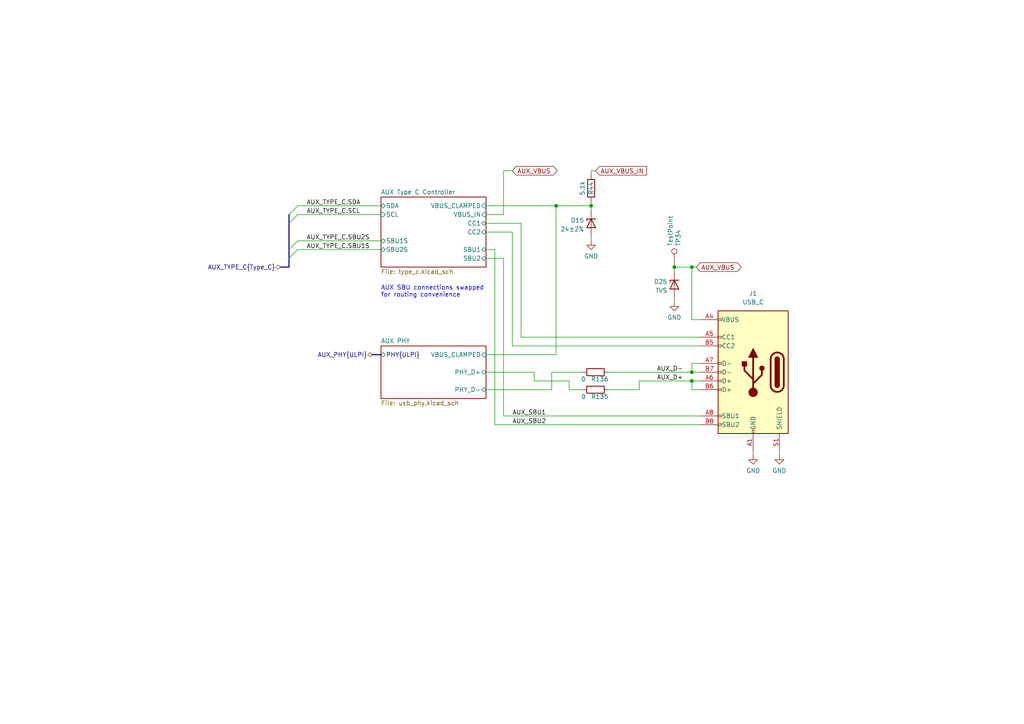
<source format=kicad_sch>
(kicad_sch
	(version 20231120)
	(generator "eeschema")
	(generator_version "8.0")
	(uuid "92570387-c21c-4257-9c29-c8cac1aa98c9")
	(paper "A4")
	(title_block
		(title "${TITLE}")
		(date "${DATE}")
		(rev "${VERSION}")
		(company "${COPYRIGHT}")
		(comment 1 "${LICENSE}")
	)
	(lib_symbols
		(symbol "Connector:TestPoint"
			(pin_numbers hide)
			(pin_names
				(offset 0.762) hide)
			(exclude_from_sim no)
			(in_bom yes)
			(on_board yes)
			(property "Reference" "TP"
				(at 0 6.858 0)
				(effects
					(font
						(size 1.27 1.27)
					)
				)
			)
			(property "Value" "TestPoint"
				(at 0 5.08 0)
				(effects
					(font
						(size 1.27 1.27)
					)
				)
			)
			(property "Footprint" ""
				(at 5.08 0 0)
				(effects
					(font
						(size 1.27 1.27)
					)
					(hide yes)
				)
			)
			(property "Datasheet" "~"
				(at 5.08 0 0)
				(effects
					(font
						(size 1.27 1.27)
					)
					(hide yes)
				)
			)
			(property "Description" "test point"
				(at 0 0 0)
				(effects
					(font
						(size 1.27 1.27)
					)
					(hide yes)
				)
			)
			(property "ki_keywords" "test point tp"
				(at 0 0 0)
				(effects
					(font
						(size 1.27 1.27)
					)
					(hide yes)
				)
			)
			(property "ki_fp_filters" "Pin* Test*"
				(at 0 0 0)
				(effects
					(font
						(size 1.27 1.27)
					)
					(hide yes)
				)
			)
			(symbol "TestPoint_0_1"
				(circle
					(center 0 3.302)
					(radius 0.762)
					(stroke
						(width 0)
						(type default)
					)
					(fill
						(type none)
					)
				)
			)
			(symbol "TestPoint_1_1"
				(pin passive line
					(at 0 0 90)
					(length 2.54)
					(name "1"
						(effects
							(font
								(size 1.27 1.27)
							)
						)
					)
					(number "1"
						(effects
							(font
								(size 1.27 1.27)
							)
						)
					)
				)
			)
		)
		(symbol "Connector:USB_C_Receptacle_USB2.0"
			(pin_names
				(offset 1.016)
			)
			(exclude_from_sim no)
			(in_bom yes)
			(on_board yes)
			(property "Reference" "J"
				(at -10.16 19.05 0)
				(effects
					(font
						(size 1.27 1.27)
					)
					(justify left)
				)
			)
			(property "Value" "USB_C_Receptacle_USB2.0"
				(at 19.05 19.05 0)
				(effects
					(font
						(size 1.27 1.27)
					)
					(justify right)
				)
			)
			(property "Footprint" ""
				(at 3.81 0 0)
				(effects
					(font
						(size 1.27 1.27)
					)
					(hide yes)
				)
			)
			(property "Datasheet" "https://www.usb.org/sites/default/files/documents/usb_type-c.zip"
				(at 3.81 0 0)
				(effects
					(font
						(size 1.27 1.27)
					)
					(hide yes)
				)
			)
			(property "Description" "USB 2.0-only Type-C Receptacle connector"
				(at 0 0 0)
				(effects
					(font
						(size 1.27 1.27)
					)
					(hide yes)
				)
			)
			(property "ki_keywords" "usb universal serial bus type-C USB2.0"
				(at 0 0 0)
				(effects
					(font
						(size 1.27 1.27)
					)
					(hide yes)
				)
			)
			(property "ki_fp_filters" "USB*C*Receptacle*"
				(at 0 0 0)
				(effects
					(font
						(size 1.27 1.27)
					)
					(hide yes)
				)
			)
			(symbol "USB_C_Receptacle_USB2.0_0_0"
				(rectangle
					(start -0.254 -17.78)
					(end 0.254 -16.764)
					(stroke
						(width 0)
						(type default)
					)
					(fill
						(type none)
					)
				)
				(rectangle
					(start 10.16 -14.986)
					(end 9.144 -15.494)
					(stroke
						(width 0)
						(type default)
					)
					(fill
						(type none)
					)
				)
				(rectangle
					(start 10.16 -12.446)
					(end 9.144 -12.954)
					(stroke
						(width 0)
						(type default)
					)
					(fill
						(type none)
					)
				)
				(rectangle
					(start 10.16 -4.826)
					(end 9.144 -5.334)
					(stroke
						(width 0)
						(type default)
					)
					(fill
						(type none)
					)
				)
				(rectangle
					(start 10.16 -2.286)
					(end 9.144 -2.794)
					(stroke
						(width 0)
						(type default)
					)
					(fill
						(type none)
					)
				)
				(rectangle
					(start 10.16 0.254)
					(end 9.144 -0.254)
					(stroke
						(width 0)
						(type default)
					)
					(fill
						(type none)
					)
				)
				(rectangle
					(start 10.16 2.794)
					(end 9.144 2.286)
					(stroke
						(width 0)
						(type default)
					)
					(fill
						(type none)
					)
				)
				(rectangle
					(start 10.16 7.874)
					(end 9.144 7.366)
					(stroke
						(width 0)
						(type default)
					)
					(fill
						(type none)
					)
				)
				(rectangle
					(start 10.16 10.414)
					(end 9.144 9.906)
					(stroke
						(width 0)
						(type default)
					)
					(fill
						(type none)
					)
				)
				(rectangle
					(start 10.16 15.494)
					(end 9.144 14.986)
					(stroke
						(width 0)
						(type default)
					)
					(fill
						(type none)
					)
				)
			)
			(symbol "USB_C_Receptacle_USB2.0_0_1"
				(rectangle
					(start -10.16 17.78)
					(end 10.16 -17.78)
					(stroke
						(width 0.254)
						(type default)
					)
					(fill
						(type background)
					)
				)
				(arc
					(start -8.89 -3.81)
					(mid -6.985 -5.7067)
					(end -5.08 -3.81)
					(stroke
						(width 0.508)
						(type default)
					)
					(fill
						(type none)
					)
				)
				(arc
					(start -7.62 -3.81)
					(mid -6.985 -4.4423)
					(end -6.35 -3.81)
					(stroke
						(width 0.254)
						(type default)
					)
					(fill
						(type none)
					)
				)
				(arc
					(start -7.62 -3.81)
					(mid -6.985 -4.4423)
					(end -6.35 -3.81)
					(stroke
						(width 0.254)
						(type default)
					)
					(fill
						(type outline)
					)
				)
				(rectangle
					(start -7.62 -3.81)
					(end -6.35 3.81)
					(stroke
						(width 0.254)
						(type default)
					)
					(fill
						(type outline)
					)
				)
				(arc
					(start -6.35 3.81)
					(mid -6.985 4.4423)
					(end -7.62 3.81)
					(stroke
						(width 0.254)
						(type default)
					)
					(fill
						(type none)
					)
				)
				(arc
					(start -6.35 3.81)
					(mid -6.985 4.4423)
					(end -7.62 3.81)
					(stroke
						(width 0.254)
						(type default)
					)
					(fill
						(type outline)
					)
				)
				(arc
					(start -5.08 3.81)
					(mid -6.985 5.7067)
					(end -8.89 3.81)
					(stroke
						(width 0.508)
						(type default)
					)
					(fill
						(type none)
					)
				)
				(circle
					(center -2.54 1.143)
					(radius 0.635)
					(stroke
						(width 0.254)
						(type default)
					)
					(fill
						(type outline)
					)
				)
				(circle
					(center 0 -5.842)
					(radius 1.27)
					(stroke
						(width 0)
						(type default)
					)
					(fill
						(type outline)
					)
				)
				(polyline
					(pts
						(xy -8.89 -3.81) (xy -8.89 3.81)
					)
					(stroke
						(width 0.508)
						(type default)
					)
					(fill
						(type none)
					)
				)
				(polyline
					(pts
						(xy -5.08 3.81) (xy -5.08 -3.81)
					)
					(stroke
						(width 0.508)
						(type default)
					)
					(fill
						(type none)
					)
				)
				(polyline
					(pts
						(xy 0 -5.842) (xy 0 4.318)
					)
					(stroke
						(width 0.508)
						(type default)
					)
					(fill
						(type none)
					)
				)
				(polyline
					(pts
						(xy 0 -3.302) (xy -2.54 -0.762) (xy -2.54 0.508)
					)
					(stroke
						(width 0.508)
						(type default)
					)
					(fill
						(type none)
					)
				)
				(polyline
					(pts
						(xy 0 -2.032) (xy 2.54 0.508) (xy 2.54 1.778)
					)
					(stroke
						(width 0.508)
						(type default)
					)
					(fill
						(type none)
					)
				)
				(polyline
					(pts
						(xy -1.27 4.318) (xy 0 6.858) (xy 1.27 4.318) (xy -1.27 4.318)
					)
					(stroke
						(width 0.254)
						(type default)
					)
					(fill
						(type outline)
					)
				)
				(rectangle
					(start 1.905 1.778)
					(end 3.175 3.048)
					(stroke
						(width 0.254)
						(type default)
					)
					(fill
						(type outline)
					)
				)
			)
			(symbol "USB_C_Receptacle_USB2.0_1_1"
				(pin passive line
					(at 0 -22.86 90)
					(length 5.08)
					(name "GND"
						(effects
							(font
								(size 1.27 1.27)
							)
						)
					)
					(number "A1"
						(effects
							(font
								(size 1.27 1.27)
							)
						)
					)
				)
				(pin passive line
					(at 0 -22.86 90)
					(length 5.08) hide
					(name "GND"
						(effects
							(font
								(size 1.27 1.27)
							)
						)
					)
					(number "A12"
						(effects
							(font
								(size 1.27 1.27)
							)
						)
					)
				)
				(pin passive line
					(at 15.24 15.24 180)
					(length 5.08)
					(name "VBUS"
						(effects
							(font
								(size 1.27 1.27)
							)
						)
					)
					(number "A4"
						(effects
							(font
								(size 1.27 1.27)
							)
						)
					)
				)
				(pin bidirectional line
					(at 15.24 10.16 180)
					(length 5.08)
					(name "CC1"
						(effects
							(font
								(size 1.27 1.27)
							)
						)
					)
					(number "A5"
						(effects
							(font
								(size 1.27 1.27)
							)
						)
					)
				)
				(pin bidirectional line
					(at 15.24 -2.54 180)
					(length 5.08)
					(name "D+"
						(effects
							(font
								(size 1.27 1.27)
							)
						)
					)
					(number "A6"
						(effects
							(font
								(size 1.27 1.27)
							)
						)
					)
				)
				(pin bidirectional line
					(at 15.24 2.54 180)
					(length 5.08)
					(name "D-"
						(effects
							(font
								(size 1.27 1.27)
							)
						)
					)
					(number "A7"
						(effects
							(font
								(size 1.27 1.27)
							)
						)
					)
				)
				(pin bidirectional line
					(at 15.24 -12.7 180)
					(length 5.08)
					(name "SBU1"
						(effects
							(font
								(size 1.27 1.27)
							)
						)
					)
					(number "A8"
						(effects
							(font
								(size 1.27 1.27)
							)
						)
					)
				)
				(pin passive line
					(at 15.24 15.24 180)
					(length 5.08) hide
					(name "VBUS"
						(effects
							(font
								(size 1.27 1.27)
							)
						)
					)
					(number "A9"
						(effects
							(font
								(size 1.27 1.27)
							)
						)
					)
				)
				(pin passive line
					(at 0 -22.86 90)
					(length 5.08) hide
					(name "GND"
						(effects
							(font
								(size 1.27 1.27)
							)
						)
					)
					(number "B1"
						(effects
							(font
								(size 1.27 1.27)
							)
						)
					)
				)
				(pin passive line
					(at 0 -22.86 90)
					(length 5.08) hide
					(name "GND"
						(effects
							(font
								(size 1.27 1.27)
							)
						)
					)
					(number "B12"
						(effects
							(font
								(size 1.27 1.27)
							)
						)
					)
				)
				(pin passive line
					(at 15.24 15.24 180)
					(length 5.08) hide
					(name "VBUS"
						(effects
							(font
								(size 1.27 1.27)
							)
						)
					)
					(number "B4"
						(effects
							(font
								(size 1.27 1.27)
							)
						)
					)
				)
				(pin bidirectional line
					(at 15.24 7.62 180)
					(length 5.08)
					(name "CC2"
						(effects
							(font
								(size 1.27 1.27)
							)
						)
					)
					(number "B5"
						(effects
							(font
								(size 1.27 1.27)
							)
						)
					)
				)
				(pin bidirectional line
					(at 15.24 -5.08 180)
					(length 5.08)
					(name "D+"
						(effects
							(font
								(size 1.27 1.27)
							)
						)
					)
					(number "B6"
						(effects
							(font
								(size 1.27 1.27)
							)
						)
					)
				)
				(pin bidirectional line
					(at 15.24 0 180)
					(length 5.08)
					(name "D-"
						(effects
							(font
								(size 1.27 1.27)
							)
						)
					)
					(number "B7"
						(effects
							(font
								(size 1.27 1.27)
							)
						)
					)
				)
				(pin bidirectional line
					(at 15.24 -15.24 180)
					(length 5.08)
					(name "SBU2"
						(effects
							(font
								(size 1.27 1.27)
							)
						)
					)
					(number "B8"
						(effects
							(font
								(size 1.27 1.27)
							)
						)
					)
				)
				(pin passive line
					(at 15.24 15.24 180)
					(length 5.08) hide
					(name "VBUS"
						(effects
							(font
								(size 1.27 1.27)
							)
						)
					)
					(number "B9"
						(effects
							(font
								(size 1.27 1.27)
							)
						)
					)
				)
				(pin passive line
					(at -7.62 -22.86 90)
					(length 5.08)
					(name "SHIELD"
						(effects
							(font
								(size 1.27 1.27)
							)
						)
					)
					(number "S1"
						(effects
							(font
								(size 1.27 1.27)
							)
						)
					)
				)
			)
		)
		(symbol "Device:D_Zener"
			(pin_numbers hide)
			(pin_names
				(offset 1.016) hide)
			(exclude_from_sim no)
			(in_bom yes)
			(on_board yes)
			(property "Reference" "D"
				(at 0 2.54 0)
				(effects
					(font
						(size 1.27 1.27)
					)
				)
			)
			(property "Value" "D_Zener"
				(at 0 -2.54 0)
				(effects
					(font
						(size 1.27 1.27)
					)
				)
			)
			(property "Footprint" ""
				(at 0 0 0)
				(effects
					(font
						(size 1.27 1.27)
					)
					(hide yes)
				)
			)
			(property "Datasheet" "~"
				(at 0 0 0)
				(effects
					(font
						(size 1.27 1.27)
					)
					(hide yes)
				)
			)
			(property "Description" "Zener diode"
				(at 0 0 0)
				(effects
					(font
						(size 1.27 1.27)
					)
					(hide yes)
				)
			)
			(property "ki_keywords" "diode"
				(at 0 0 0)
				(effects
					(font
						(size 1.27 1.27)
					)
					(hide yes)
				)
			)
			(property "ki_fp_filters" "TO-???* *_Diode_* *SingleDiode* D_*"
				(at 0 0 0)
				(effects
					(font
						(size 1.27 1.27)
					)
					(hide yes)
				)
			)
			(symbol "D_Zener_0_1"
				(polyline
					(pts
						(xy 1.27 0) (xy -1.27 0)
					)
					(stroke
						(width 0)
						(type default)
					)
					(fill
						(type none)
					)
				)
				(polyline
					(pts
						(xy -1.27 -1.27) (xy -1.27 1.27) (xy -0.762 1.27)
					)
					(stroke
						(width 0.254)
						(type default)
					)
					(fill
						(type none)
					)
				)
				(polyline
					(pts
						(xy 1.27 -1.27) (xy 1.27 1.27) (xy -1.27 0) (xy 1.27 -1.27)
					)
					(stroke
						(width 0.254)
						(type default)
					)
					(fill
						(type none)
					)
				)
			)
			(symbol "D_Zener_1_1"
				(pin passive line
					(at -3.81 0 0)
					(length 2.54)
					(name "K"
						(effects
							(font
								(size 1.27 1.27)
							)
						)
					)
					(number "1"
						(effects
							(font
								(size 1.27 1.27)
							)
						)
					)
				)
				(pin passive line
					(at 3.81 0 180)
					(length 2.54)
					(name "A"
						(effects
							(font
								(size 1.27 1.27)
							)
						)
					)
					(number "2"
						(effects
							(font
								(size 1.27 1.27)
							)
						)
					)
				)
			)
		)
		(symbol "Device:R"
			(pin_numbers hide)
			(pin_names
				(offset 0)
			)
			(exclude_from_sim no)
			(in_bom yes)
			(on_board yes)
			(property "Reference" "R"
				(at 2.032 0 90)
				(effects
					(font
						(size 1.27 1.27)
					)
				)
			)
			(property "Value" "R"
				(at 0 0 90)
				(effects
					(font
						(size 1.27 1.27)
					)
				)
			)
			(property "Footprint" ""
				(at -1.778 0 90)
				(effects
					(font
						(size 1.27 1.27)
					)
					(hide yes)
				)
			)
			(property "Datasheet" "~"
				(at 0 0 0)
				(effects
					(font
						(size 1.27 1.27)
					)
					(hide yes)
				)
			)
			(property "Description" "Resistor"
				(at 0 0 0)
				(effects
					(font
						(size 1.27 1.27)
					)
					(hide yes)
				)
			)
			(property "ki_keywords" "R res resistor"
				(at 0 0 0)
				(effects
					(font
						(size 1.27 1.27)
					)
					(hide yes)
				)
			)
			(property "ki_fp_filters" "R_*"
				(at 0 0 0)
				(effects
					(font
						(size 1.27 1.27)
					)
					(hide yes)
				)
			)
			(symbol "R_0_1"
				(rectangle
					(start -1.016 -2.54)
					(end 1.016 2.54)
					(stroke
						(width 0.254)
						(type default)
					)
					(fill
						(type none)
					)
				)
			)
			(symbol "R_1_1"
				(pin passive line
					(at 0 3.81 270)
					(length 1.27)
					(name "~"
						(effects
							(font
								(size 1.27 1.27)
							)
						)
					)
					(number "1"
						(effects
							(font
								(size 1.27 1.27)
							)
						)
					)
				)
				(pin passive line
					(at 0 -3.81 90)
					(length 1.27)
					(name "~"
						(effects
							(font
								(size 1.27 1.27)
							)
						)
					)
					(number "2"
						(effects
							(font
								(size 1.27 1.27)
							)
						)
					)
				)
			)
		)
		(symbol "power:GND"
			(power)
			(pin_numbers hide)
			(pin_names
				(offset 0) hide)
			(exclude_from_sim no)
			(in_bom yes)
			(on_board yes)
			(property "Reference" "#PWR"
				(at 0 -6.35 0)
				(effects
					(font
						(size 1.27 1.27)
					)
					(hide yes)
				)
			)
			(property "Value" "GND"
				(at 0 -3.81 0)
				(effects
					(font
						(size 1.27 1.27)
					)
				)
			)
			(property "Footprint" ""
				(at 0 0 0)
				(effects
					(font
						(size 1.27 1.27)
					)
					(hide yes)
				)
			)
			(property "Datasheet" ""
				(at 0 0 0)
				(effects
					(font
						(size 1.27 1.27)
					)
					(hide yes)
				)
			)
			(property "Description" "Power symbol creates a global label with name \"GND\" , ground"
				(at 0 0 0)
				(effects
					(font
						(size 1.27 1.27)
					)
					(hide yes)
				)
			)
			(property "ki_keywords" "global power"
				(at 0 0 0)
				(effects
					(font
						(size 1.27 1.27)
					)
					(hide yes)
				)
			)
			(symbol "GND_0_1"
				(polyline
					(pts
						(xy 0 0) (xy 0 -1.27) (xy 1.27 -1.27) (xy 0 -2.54) (xy -1.27 -1.27) (xy 0 -1.27)
					)
					(stroke
						(width 0)
						(type default)
					)
					(fill
						(type none)
					)
				)
			)
			(symbol "GND_1_1"
				(pin power_in line
					(at 0 0 270)
					(length 0)
					(name "~"
						(effects
							(font
								(size 1.27 1.27)
							)
						)
					)
					(number "1"
						(effects
							(font
								(size 1.27 1.27)
							)
						)
					)
				)
			)
		)
	)
	(junction
		(at 171.45 59.69)
		(diameter 0)
		(color 0 0 0 0)
		(uuid "5bc8841b-680f-488e-a6e3-fcdc33616f9a")
	)
	(junction
		(at 200.66 110.49)
		(diameter 0)
		(color 0 0 0 0)
		(uuid "741cd193-3360-45d9-a3e8-f5ba6419ce0f")
	)
	(junction
		(at 161.29 59.69)
		(diameter 0)
		(color 0 0 0 0)
		(uuid "95698663-62c9-4a99-948c-85621e807da4")
	)
	(junction
		(at 200.66 77.47)
		(diameter 0)
		(color 0 0 0 0)
		(uuid "a5920023-409d-464e-9c58-f1ed0ac4d7ff")
	)
	(junction
		(at 195.58 77.47)
		(diameter 0)
		(color 0 0 0 0)
		(uuid "c962f639-235d-403f-a2cd-da444e9c7edd")
	)
	(junction
		(at 200.66 107.95)
		(diameter 0)
		(color 0 0 0 0)
		(uuid "d2db2631-befb-44b8-abd9-49caf76c20e2")
	)
	(bus_entry
		(at 83.82 64.77)
		(size 2.54 -2.54)
		(stroke
			(width 0)
			(type default)
		)
		(uuid "0fe23bb8-c5cc-40d8-8b82-26a9cc4c0327")
	)
	(bus_entry
		(at 83.82 62.23)
		(size 2.54 -2.54)
		(stroke
			(width 0)
			(type default)
		)
		(uuid "40ac6759-37cf-40c6-a742-4e184941a9b8")
	)
	(bus_entry
		(at 83.82 72.39)
		(size 2.54 -2.54)
		(stroke
			(width 0)
			(type default)
		)
		(uuid "88968f62-864a-48af-99b0-e18702043fac")
	)
	(bus_entry
		(at 83.82 74.93)
		(size 2.54 -2.54)
		(stroke
			(width 0)
			(type default)
		)
		(uuid "c6064b43-1ecc-49ef-9255-64bcf15a7ec4")
	)
	(wire
		(pts
			(xy 148.59 67.31) (xy 148.59 100.33)
		)
		(stroke
			(width 0)
			(type default)
		)
		(uuid "06c13a8b-3611-4fb3-8d7b-83b1eb412a4c")
	)
	(wire
		(pts
			(xy 161.29 59.69) (xy 140.97 59.69)
		)
		(stroke
			(width 0)
			(type default)
		)
		(uuid "0e3b0838-5f8c-466f-99c4-71b95dbe72ca")
	)
	(wire
		(pts
			(xy 151.13 64.77) (xy 140.97 64.77)
		)
		(stroke
			(width 0)
			(type default)
		)
		(uuid "1134db05-918f-44fe-9770-7182ddefaf08")
	)
	(wire
		(pts
			(xy 165.1 110.49) (xy 165.1 113.03)
		)
		(stroke
			(width 0)
			(type default)
		)
		(uuid "1332f456-66f0-4f9f-8554-1dfe40dddd8a")
	)
	(wire
		(pts
			(xy 176.53 107.95) (xy 200.66 107.95)
		)
		(stroke
			(width 0)
			(type default)
		)
		(uuid "17f74cb5-4386-4ce5-baba-1d3a0e8020e8")
	)
	(wire
		(pts
			(xy 146.05 62.23) (xy 140.97 62.23)
		)
		(stroke
			(width 0)
			(type default)
		)
		(uuid "19fc742f-2cab-46f8-a09c-8a8db42e236f")
	)
	(wire
		(pts
			(xy 143.51 123.19) (xy 203.2 123.19)
		)
		(stroke
			(width 0)
			(type default)
		)
		(uuid "1a555dc5-073f-44da-a33d-8af6ae1955ff")
	)
	(wire
		(pts
			(xy 171.45 68.58) (xy 171.45 69.85)
		)
		(stroke
			(width 0)
			(type default)
		)
		(uuid "1b206da2-ea10-4b18-a806-3b2b88d14eb8")
	)
	(bus
		(pts
			(xy 83.82 77.47) (xy 83.82 74.93)
		)
		(stroke
			(width 0)
			(type default)
		)
		(uuid "1ded12b7-3481-4de6-967d-745a32ba3f5a")
	)
	(wire
		(pts
			(xy 200.66 77.47) (xy 201.93 77.47)
		)
		(stroke
			(width 0)
			(type default)
		)
		(uuid "1ff5ce1f-49e9-4547-bf3e-41895dac5574")
	)
	(wire
		(pts
			(xy 86.36 62.23) (xy 110.49 62.23)
		)
		(stroke
			(width 0)
			(type default)
		)
		(uuid "2294a9c5-8b66-47b9-827f-b917525f6ce3")
	)
	(wire
		(pts
			(xy 148.59 100.33) (xy 203.2 100.33)
		)
		(stroke
			(width 0)
			(type default)
		)
		(uuid "26614afa-f487-4037-bda4-de8afd564ef0")
	)
	(wire
		(pts
			(xy 171.45 49.53) (xy 172.72 49.53)
		)
		(stroke
			(width 0)
			(type default)
		)
		(uuid "26a1c314-0894-45fe-824c-87d25db5895a")
	)
	(wire
		(pts
			(xy 176.53 113.03) (xy 185.42 113.03)
		)
		(stroke
			(width 0)
			(type default)
		)
		(uuid "353cacf7-d42f-4ad6-8da1-34cd679e3ff9")
	)
	(wire
		(pts
			(xy 151.13 64.77) (xy 151.13 97.79)
		)
		(stroke
			(width 0)
			(type default)
		)
		(uuid "37fe6740-9e2f-483f-a825-764532d0533f")
	)
	(wire
		(pts
			(xy 151.13 97.79) (xy 203.2 97.79)
		)
		(stroke
			(width 0)
			(type default)
		)
		(uuid "4a4bbee9-cde9-4f07-99d0-c81ec91276ed")
	)
	(wire
		(pts
			(xy 200.66 107.95) (xy 203.2 107.95)
		)
		(stroke
			(width 0)
			(type default)
		)
		(uuid "5375823c-25a6-4cee-9355-dd04cd55a147")
	)
	(wire
		(pts
			(xy 218.44 130.81) (xy 218.44 132.08)
		)
		(stroke
			(width 0)
			(type default)
		)
		(uuid "5715b845-788a-41e0-afaa-733654d26214")
	)
	(wire
		(pts
			(xy 195.58 77.47) (xy 195.58 78.74)
		)
		(stroke
			(width 0)
			(type default)
		)
		(uuid "5acb0d40-b3c0-4fe5-871b-2a58fb57efcc")
	)
	(wire
		(pts
			(xy 161.29 59.69) (xy 171.45 59.69)
		)
		(stroke
			(width 0)
			(type default)
		)
		(uuid "5bece658-87ee-457b-a58a-c3a63bc6942b")
	)
	(wire
		(pts
			(xy 185.42 113.03) (xy 185.42 110.49)
		)
		(stroke
			(width 0)
			(type default)
		)
		(uuid "5c376a73-086b-4b74-8cd5-06e1a099fcda")
	)
	(wire
		(pts
			(xy 203.2 120.65) (xy 146.05 120.65)
		)
		(stroke
			(width 0)
			(type default)
		)
		(uuid "631250eb-ff14-4bc5-9145-0f03f2ebfc1b")
	)
	(wire
		(pts
			(xy 171.45 58.42) (xy 171.45 59.69)
		)
		(stroke
			(width 0)
			(type default)
		)
		(uuid "68b6a767-3b30-4dbc-8e02-738a9ac8880d")
	)
	(wire
		(pts
			(xy 195.58 87.63) (xy 195.58 86.36)
		)
		(stroke
			(width 0)
			(type default)
		)
		(uuid "695a7a2a-2300-477d-bf09-86dab8c8cd23")
	)
	(wire
		(pts
			(xy 161.29 102.87) (xy 161.29 59.69)
		)
		(stroke
			(width 0)
			(type default)
		)
		(uuid "6e5a989e-01cf-491c-ae41-d433994db0a6")
	)
	(wire
		(pts
			(xy 140.97 107.95) (xy 154.94 107.95)
		)
		(stroke
			(width 0)
			(type default)
		)
		(uuid "70c924ca-cbb1-4100-8e6a-42678f312d70")
	)
	(wire
		(pts
			(xy 203.2 113.03) (xy 200.66 113.03)
		)
		(stroke
			(width 0)
			(type default)
		)
		(uuid "7231e239-f91f-40ab-8a88-06bc348eb766")
	)
	(wire
		(pts
			(xy 86.36 59.69) (xy 110.49 59.69)
		)
		(stroke
			(width 0)
			(type default)
		)
		(uuid "72aec36f-558b-4944-84b4-bd4e50423dfe")
	)
	(bus
		(pts
			(xy 83.82 64.77) (xy 83.82 72.39)
		)
		(stroke
			(width 0)
			(type default)
		)
		(uuid "743c8509-5c76-497a-8fce-06cd1cd93730")
	)
	(wire
		(pts
			(xy 148.59 49.53) (xy 146.05 49.53)
		)
		(stroke
			(width 0)
			(type default)
		)
		(uuid "747fee3e-913d-4530-aa30-78a56f5f903a")
	)
	(wire
		(pts
			(xy 146.05 74.93) (xy 140.97 74.93)
		)
		(stroke
			(width 0)
			(type default)
		)
		(uuid "75dc889c-7073-49f1-b4ce-2d9692cadf2c")
	)
	(wire
		(pts
			(xy 110.49 72.39) (xy 86.36 72.39)
		)
		(stroke
			(width 0)
			(type default)
		)
		(uuid "7b08a134-4f00-4ff7-a4be-32466b7baddb")
	)
	(wire
		(pts
			(xy 160.02 113.03) (xy 140.97 113.03)
		)
		(stroke
			(width 0)
			(type default)
		)
		(uuid "7b9d2a27-7c3b-4e82-a469-f9ef11f5a4ee")
	)
	(wire
		(pts
			(xy 195.58 77.47) (xy 200.66 77.47)
		)
		(stroke
			(width 0)
			(type default)
		)
		(uuid "7e0a7b71-5f8e-4970-9fc5-9a0e9e1c6a79")
	)
	(bus
		(pts
			(xy 110.49 102.87) (xy 107.95 102.87)
		)
		(stroke
			(width 0)
			(type default)
		)
		(uuid "84811757-b72f-4453-8c85-8870d84164ba")
	)
	(wire
		(pts
			(xy 143.51 72.39) (xy 143.51 123.19)
		)
		(stroke
			(width 0)
			(type default)
		)
		(uuid "858d2cd8-e0df-4adb-9009-39fe9363f050")
	)
	(wire
		(pts
			(xy 226.06 130.81) (xy 226.06 132.08)
		)
		(stroke
			(width 0)
			(type default)
		)
		(uuid "8deff5de-1546-43cd-836e-c500d9a43055")
	)
	(wire
		(pts
			(xy 154.94 110.49) (xy 165.1 110.49)
		)
		(stroke
			(width 0)
			(type default)
		)
		(uuid "8fbf2a96-c914-47bd-ba44-3bf057a85688")
	)
	(wire
		(pts
			(xy 203.2 92.71) (xy 200.66 92.71)
		)
		(stroke
			(width 0)
			(type default)
		)
		(uuid "9820238c-0fbe-4ae3-bb63-abfd4f5ead70")
	)
	(bus
		(pts
			(xy 83.82 77.47) (xy 81.28 77.47)
		)
		(stroke
			(width 0)
			(type default)
		)
		(uuid "a05b2de5-6456-45c9-bac0-952bb0e84961")
	)
	(wire
		(pts
			(xy 140.97 102.87) (xy 161.29 102.87)
		)
		(stroke
			(width 0)
			(type default)
		)
		(uuid "a596c9fc-b666-4806-95ac-4545dd52fcb8")
	)
	(bus
		(pts
			(xy 83.82 74.93) (xy 83.82 72.39)
		)
		(stroke
			(width 0)
			(type default)
		)
		(uuid "a6d13cf7-829c-4dcc-b517-31791717dd87")
	)
	(bus
		(pts
			(xy 83.82 62.23) (xy 83.82 64.77)
		)
		(stroke
			(width 0)
			(type default)
		)
		(uuid "b2f4ddf5-c7d2-4947-9fc0-1fa6213941f2")
	)
	(wire
		(pts
			(xy 171.45 50.8) (xy 171.45 49.53)
		)
		(stroke
			(width 0)
			(type default)
		)
		(uuid "b53b7656-d689-44de-8667-f2834ae5ba63")
	)
	(wire
		(pts
			(xy 200.66 77.47) (xy 200.66 92.71)
		)
		(stroke
			(width 0)
			(type default)
		)
		(uuid "bd55b654-c4bc-47d3-8fa2-a041242a887f")
	)
	(wire
		(pts
			(xy 203.2 110.49) (xy 200.66 110.49)
		)
		(stroke
			(width 0)
			(type default)
		)
		(uuid "c9766de1-a426-4e2e-b67e-c3aabe742418")
	)
	(wire
		(pts
			(xy 146.05 74.93) (xy 146.05 120.65)
		)
		(stroke
			(width 0)
			(type default)
		)
		(uuid "cb450286-0f6f-4d4f-a204-d907344ea0f6")
	)
	(wire
		(pts
			(xy 203.2 105.41) (xy 200.66 105.41)
		)
		(stroke
			(width 0)
			(type default)
		)
		(uuid "cf59750c-0d51-4f73-8094-ef1bf8edd27e")
	)
	(wire
		(pts
			(xy 140.97 72.39) (xy 143.51 72.39)
		)
		(stroke
			(width 0)
			(type default)
		)
		(uuid "da07ca56-65dd-4682-9928-5d382025c399")
	)
	(wire
		(pts
			(xy 168.91 107.95) (xy 160.02 107.95)
		)
		(stroke
			(width 0)
			(type default)
		)
		(uuid "daa316c1-2e92-4a41-8a60-fdec77195a15")
	)
	(wire
		(pts
			(xy 86.36 69.85) (xy 110.49 69.85)
		)
		(stroke
			(width 0)
			(type default)
		)
		(uuid "db3acae8-e180-49dc-a330-1548bab5adec")
	)
	(wire
		(pts
			(xy 185.42 110.49) (xy 200.66 110.49)
		)
		(stroke
			(width 0)
			(type default)
		)
		(uuid "dd87f9bf-0aeb-4f5a-95a3-89c44466832e")
	)
	(wire
		(pts
			(xy 195.58 76.2) (xy 195.58 77.47)
		)
		(stroke
			(width 0)
			(type default)
		)
		(uuid "df4b6d0c-c6a5-4163-b71c-c61351470b1f")
	)
	(wire
		(pts
			(xy 154.94 107.95) (xy 154.94 110.49)
		)
		(stroke
			(width 0)
			(type default)
		)
		(uuid "e0f2c05c-9cde-44ce-8afc-3bfa91b4dd08")
	)
	(wire
		(pts
			(xy 171.45 59.69) (xy 171.45 60.96)
		)
		(stroke
			(width 0)
			(type default)
		)
		(uuid "e44b771d-edf5-4948-88cf-ed4043152ad7")
	)
	(wire
		(pts
			(xy 160.02 107.95) (xy 160.02 113.03)
		)
		(stroke
			(width 0)
			(type default)
		)
		(uuid "eb8dfcf5-c872-42d0-81a8-4e39cd7c3452")
	)
	(wire
		(pts
			(xy 200.66 113.03) (xy 200.66 110.49)
		)
		(stroke
			(width 0)
			(type default)
		)
		(uuid "eba0036f-4765-4461-925b-cf2bfcacc643")
	)
	(wire
		(pts
			(xy 140.97 67.31) (xy 148.59 67.31)
		)
		(stroke
			(width 0)
			(type default)
		)
		(uuid "ed98a45d-11ac-437d-9031-ade8ad8c93c9")
	)
	(wire
		(pts
			(xy 146.05 49.53) (xy 146.05 62.23)
		)
		(stroke
			(width 0)
			(type default)
		)
		(uuid "f8008a84-1fb9-419b-a83e-2b779fac4d02")
	)
	(wire
		(pts
			(xy 165.1 113.03) (xy 168.91 113.03)
		)
		(stroke
			(width 0)
			(type default)
		)
		(uuid "fa54330c-0867-416c-bdb3-517d6f26b837")
	)
	(wire
		(pts
			(xy 200.66 105.41) (xy 200.66 107.95)
		)
		(stroke
			(width 0)
			(type default)
		)
		(uuid "fdbf34d0-b98d-4b4f-aaca-4c629f2d2eb9")
	)
	(text "AUX SBU connections swapped\nfor routing convenience"
		(exclude_from_sim no)
		(at 110.49 86.36 0)
		(effects
			(font
				(size 1.27 1.27)
			)
			(justify left bottom)
		)
		(uuid "c2297f80-deda-4f17-bc5e-ceca3817f41a")
	)
	(label "AUX_D+"
		(at 190.5 110.49 0)
		(fields_autoplaced yes)
		(effects
			(font
				(size 1.27 1.27)
			)
			(justify left bottom)
		)
		(uuid "6e8ba644-dad6-4d39-95af-dbe0d4f74a7b")
	)
	(label "AUX_TYPE_C.SBU2S"
		(at 88.9 69.85 0)
		(fields_autoplaced yes)
		(effects
			(font
				(size 1.27 1.27)
			)
			(justify left bottom)
		)
		(uuid "9a18e39c-b8e4-4fa2-abd9-a682d416bdcd")
	)
	(label "AUX_TYPE_C.SBU1S"
		(at 88.9 72.39 0)
		(fields_autoplaced yes)
		(effects
			(font
				(size 1.27 1.27)
			)
			(justify left bottom)
		)
		(uuid "9ad59265-3f8d-4920-a3d1-e81cc8f43808")
	)
	(label "AUX_SBU1"
		(at 148.59 120.65 0)
		(fields_autoplaced yes)
		(effects
			(font
				(size 1.27 1.27)
			)
			(justify left bottom)
		)
		(uuid "9f56cf66-5c9d-464d-bd22-9f49e084ea49")
	)
	(label "AUX_SBU2"
		(at 148.59 123.19 0)
		(fields_autoplaced yes)
		(effects
			(font
				(size 1.27 1.27)
			)
			(justify left bottom)
		)
		(uuid "a00110db-e327-4189-867b-09ac726b6a0c")
	)
	(label "AUX_TYPE_C.SDA"
		(at 88.9 59.69 0)
		(fields_autoplaced yes)
		(effects
			(font
				(size 1.27 1.27)
			)
			(justify left bottom)
		)
		(uuid "bd1b5ffd-a391-4829-9075-602692405256")
	)
	(label "AUX_TYPE_C.SCL"
		(at 88.9 62.23 0)
		(fields_autoplaced yes)
		(effects
			(font
				(size 1.27 1.27)
			)
			(justify left bottom)
		)
		(uuid "e0caac18-e116-468c-9289-7f7d93f3ab29")
	)
	(label "AUX_D-"
		(at 190.5 107.95 0)
		(fields_autoplaced yes)
		(effects
			(font
				(size 1.27 1.27)
			)
			(justify left bottom)
		)
		(uuid "fa7a082b-72c7-4438-a7b1-12b9c84db638")
	)
	(global_label "AUX_VBUS"
		(shape bidirectional)
		(at 201.93 77.47 0)
		(fields_autoplaced yes)
		(effects
			(font
				(size 1.27 1.27)
			)
			(justify left)
		)
		(uuid "4c157610-2d2c-4669-9c5a-38973af06b0d")
		(property "Intersheetrefs" "${INTERSHEET_REFS}"
			(at 214.7083 77.47 0)
			(effects
				(font
					(size 1.27 1.27)
				)
				(justify left)
				(hide yes)
			)
		)
	)
	(global_label "AUX_VBUS_IN"
		(shape input)
		(at 172.72 49.53 0)
		(fields_autoplaced yes)
		(effects
			(font
				(size 1.27 1.27)
			)
			(justify left)
		)
		(uuid "c18955b1-a929-4916-bc98-e673aa2c7a40")
		(property "Intersheetrefs" "${INTERSHEET_REFS}"
			(at 187.4418 49.4506 0)
			(effects
				(font
					(size 1.27 1.27)
				)
				(justify left)
				(hide yes)
			)
		)
	)
	(global_label "AUX_VBUS"
		(shape bidirectional)
		(at 148.59 49.53 0)
		(fields_autoplaced yes)
		(effects
			(font
				(size 1.27 1.27)
			)
			(justify left)
		)
		(uuid "eeb1ee75-5da9-440f-b7f3-2e20e467379e")
		(property "Intersheetrefs" "${INTERSHEET_REFS}"
			(at 161.3683 49.53 0)
			(effects
				(font
					(size 1.27 1.27)
				)
				(justify left)
				(hide yes)
			)
		)
	)
	(hierarchical_label "AUX_TYPE_C{Type_C}"
		(shape bidirectional)
		(at 81.28 77.47 180)
		(fields_autoplaced yes)
		(effects
			(font
				(size 1.27 1.27)
			)
			(justify right)
		)
		(uuid "34e74c71-66b0-4c6c-8e13-9da27dcc6a2e")
	)
	(hierarchical_label "AUX_PHY{ULPI}"
		(shape bidirectional)
		(at 107.95 102.87 180)
		(fields_autoplaced yes)
		(effects
			(font
				(size 1.27 1.27)
			)
			(justify right)
		)
		(uuid "f998ff13-21fc-485a-8e97-a2f3b4bd673d")
	)
	(symbol
		(lib_id "power:GND")
		(at 218.44 132.08 0)
		(mirror y)
		(unit 1)
		(exclude_from_sim no)
		(in_bom yes)
		(on_board yes)
		(dnp no)
		(fields_autoplaced yes)
		(uuid "20c297a6-f8cd-4691-9ec6-b4a696a972b3")
		(property "Reference" "#PWR0106"
			(at 218.44 138.43 0)
			(effects
				(font
					(size 1.27 1.27)
				)
				(hide yes)
			)
		)
		(property "Value" "GND"
			(at 218.44 136.5234 0)
			(effects
				(font
					(size 1.27 1.27)
				)
			)
		)
		(property "Footprint" ""
			(at 218.44 132.08 0)
			(effects
				(font
					(size 1.27 1.27)
				)
				(hide yes)
			)
		)
		(property "Datasheet" ""
			(at 218.44 132.08 0)
			(effects
				(font
					(size 1.27 1.27)
				)
				(hide yes)
			)
		)
		(property "Description" "Power symbol creates a global label with name \"GND\" , ground"
			(at 218.44 132.08 0)
			(effects
				(font
					(size 1.27 1.27)
				)
				(hide yes)
			)
		)
		(pin "1"
			(uuid "07c65ecf-82ef-4d68-b7d5-4d4fb17cd689")
		)
		(instances
			(project "cynthion"
				(path "/fb621148-8145-4217-9712-738e1b5a4823/00000000-0000-0000-0000-00005dd754d4"
					(reference "#PWR0106")
					(unit 1)
				)
			)
		)
	)
	(symbol
		(lib_id "Device:D_Zener")
		(at 195.58 82.55 90)
		(mirror x)
		(unit 1)
		(exclude_from_sim no)
		(in_bom yes)
		(on_board yes)
		(dnp no)
		(fields_autoplaced yes)
		(uuid "2b489d86-281b-49df-90a0-1e816b0ae108")
		(property "Reference" "D25"
			(at 193.548 81.7153 90)
			(effects
				(font
					(size 1.27 1.27)
				)
				(justify left)
			)
		)
		(property "Value" "TVS"
			(at 193.548 84.2522 90)
			(effects
				(font
					(size 1.27 1.27)
				)
				(justify left)
			)
		)
		(property "Footprint" "cynthion:DFN1006-2"
			(at 195.58 82.55 0)
			(effects
				(font
					(size 1.27 1.27)
				)
				(hide yes)
			)
		)
		(property "Datasheet" "~"
			(at 195.58 82.55 0)
			(effects
				(font
					(size 1.27 1.27)
				)
				(hide yes)
			)
		)
		(property "Description" "Zener diode"
			(at 195.58 82.55 0)
			(effects
				(font
					(size 1.27 1.27)
				)
				(hide yes)
			)
		)
		(property "Manufacturer" "Nexperia"
			(at 195.58 82.55 90)
			(effects
				(font
					(size 1.27 1.27)
				)
				(hide yes)
			)
		)
		(property "Part Number" "PESD36VS1UL,315"
			(at 195.58 82.55 90)
			(effects
				(font
					(size 1.27 1.27)
				)
				(hide yes)
			)
		)
		(pin "1"
			(uuid "7a0119dd-e896-4314-a7ed-01b3a811ac37")
		)
		(pin "2"
			(uuid "1cbbca13-c75f-4ea7-b3a3-49450d94d3c0")
		)
		(instances
			(project "cynthion"
				(path "/fb621148-8145-4217-9712-738e1b5a4823/00000000-0000-0000-0000-00005dd754d4"
					(reference "D25")
					(unit 1)
				)
			)
		)
	)
	(symbol
		(lib_id "power:GND")
		(at 171.45 69.85 0)
		(mirror y)
		(unit 1)
		(exclude_from_sim no)
		(in_bom yes)
		(on_board yes)
		(dnp no)
		(fields_autoplaced yes)
		(uuid "2e609e8b-710f-4446-9dd9-1ea4317999df")
		(property "Reference" "#PWR022"
			(at 171.45 76.2 0)
			(effects
				(font
					(size 1.27 1.27)
				)
				(hide yes)
			)
		)
		(property "Value" "GND"
			(at 171.45 74.2934 0)
			(effects
				(font
					(size 1.27 1.27)
				)
			)
		)
		(property "Footprint" ""
			(at 171.45 69.85 0)
			(effects
				(font
					(size 1.27 1.27)
				)
				(hide yes)
			)
		)
		(property "Datasheet" ""
			(at 171.45 69.85 0)
			(effects
				(font
					(size 1.27 1.27)
				)
				(hide yes)
			)
		)
		(property "Description" "Power symbol creates a global label with name \"GND\" , ground"
			(at 171.45 69.85 0)
			(effects
				(font
					(size 1.27 1.27)
				)
				(hide yes)
			)
		)
		(pin "1"
			(uuid "9b419ad9-fd74-4f20-a7c0-fc9dffac93d9")
		)
		(instances
			(project "cynthion"
				(path "/fb621148-8145-4217-9712-738e1b5a4823/00000000-0000-0000-0000-00005dd754d4"
					(reference "#PWR022")
					(unit 1)
				)
			)
		)
	)
	(symbol
		(lib_id "Device:R")
		(at 171.45 54.61 0)
		(mirror x)
		(unit 1)
		(exclude_from_sim no)
		(in_bom yes)
		(on_board yes)
		(dnp no)
		(uuid "321d83b8-0d1d-47e2-b323-969556109d21")
		(property "Reference" "R44"
			(at 171.45 54.61 90)
			(effects
				(font
					(size 1.27 1.27)
				)
			)
		)
		(property "Value" "5.1k"
			(at 168.91 54.61 90)
			(effects
				(font
					(size 1.27 1.27)
				)
			)
		)
		(property "Footprint" "Resistor_SMD:R_0402_1005Metric"
			(at 169.672 54.61 90)
			(effects
				(font
					(size 1.27 1.27)
				)
				(hide yes)
			)
		)
		(property "Datasheet" "~"
			(at 171.45 54.61 0)
			(effects
				(font
					(size 1.27 1.27)
				)
				(hide yes)
			)
		)
		(property "Description" "Resistor"
			(at 171.45 54.61 0)
			(effects
				(font
					(size 1.27 1.27)
				)
				(hide yes)
			)
		)
		(property "Part Number" "RC0402JR-075K1L"
			(at 171.45 54.61 0)
			(effects
				(font
					(size 1.27 1.27)
				)
				(hide yes)
			)
		)
		(property "Substitution" "any equivalent"
			(at 171.45 54.61 0)
			(effects
				(font
					(size 1.27 1.27)
				)
				(hide yes)
			)
		)
		(property "Manufacturer" "Yageo"
			(at 171.45 54.61 0)
			(effects
				(font
					(size 1.27 1.27)
				)
				(hide yes)
			)
		)
		(pin "1"
			(uuid "9651c6f4-6780-46e4-b464-a5db4c100626")
		)
		(pin "2"
			(uuid "fb847746-50f5-43bf-b1d6-b8fe98b3d3ac")
		)
		(instances
			(project "cynthion"
				(path "/fb621148-8145-4217-9712-738e1b5a4823/00000000-0000-0000-0000-00005dd754d4"
					(reference "R44")
					(unit 1)
				)
			)
		)
	)
	(symbol
		(lib_id "Device:R")
		(at 172.72 107.95 90)
		(unit 1)
		(exclude_from_sim no)
		(in_bom yes)
		(on_board yes)
		(dnp no)
		(uuid "3ce74429-8306-4ee9-99fa-b2d6dcfdcb14")
		(property "Reference" "R136"
			(at 176.53 109.982 90)
			(effects
				(font
					(size 1.27 1.27)
				)
				(justify left)
			)
		)
		(property "Value" "0"
			(at 169.926 109.982 90)
			(effects
				(font
					(size 1.27 1.27)
				)
				(justify left)
			)
		)
		(property "Footprint" "Resistor_SMD:R_0402_1005Metric"
			(at 172.72 109.728 90)
			(effects
				(font
					(size 1.27 1.27)
				)
				(hide yes)
			)
		)
		(property "Datasheet" "~"
			(at 172.72 107.95 0)
			(effects
				(font
					(size 1.27 1.27)
				)
				(hide yes)
			)
		)
		(property "Description" "Resistor"
			(at 172.72 107.95 0)
			(effects
				(font
					(size 1.27 1.27)
				)
				(hide yes)
			)
		)
		(property "Part Number" "RC0402JR-071KL"
			(at 172.72 107.95 0)
			(effects
				(font
					(size 1.27 1.27)
				)
				(hide yes)
			)
		)
		(property "Substitution" "any equivalent"
			(at 172.72 107.95 0)
			(effects
				(font
					(size 1.27 1.27)
				)
				(hide yes)
			)
		)
		(property "Manufacturer" "Yageo"
			(at 172.72 107.95 0)
			(effects
				(font
					(size 1.27 1.27)
				)
				(hide yes)
			)
		)
		(pin "1"
			(uuid "0bf0435a-7813-4135-a102-9e3c39b34c33")
		)
		(pin "2"
			(uuid "2721f4da-f9f8-411d-b8c0-86c5d1a1ed08")
		)
		(instances
			(project "cynthion"
				(path "/fb621148-8145-4217-9712-738e1b5a4823/00000000-0000-0000-0000-00005dd754d4"
					(reference "R136")
					(unit 1)
				)
			)
		)
	)
	(symbol
		(lib_id "Connector:USB_C_Receptacle_USB2.0")
		(at 218.44 107.95 0)
		(mirror y)
		(unit 1)
		(exclude_from_sim no)
		(in_bom yes)
		(on_board yes)
		(dnp no)
		(uuid "51ca8914-53c9-4c8b-a085-ba689e0f4d08")
		(property "Reference" "J1"
			(at 218.44 85.09 0)
			(effects
				(font
					(size 1.27 1.27)
				)
			)
		)
		(property "Value" "USB_C"
			(at 218.44 87.63 0)
			(effects
				(font
					(size 1.27 1.27)
				)
			)
		)
		(property "Footprint" "cynthion:USB_C_Receptacle_HRO_TYPE-C-31-M-12"
			(at 214.63 107.95 0)
			(effects
				(font
					(size 1.27 1.27)
				)
				(hide yes)
			)
		)
		(property "Datasheet" ""
			(at 214.63 107.95 0)
			(effects
				(font
					(size 1.27 1.27)
				)
				(hide yes)
			)
		)
		(property "Description" "CONN RCPT USB2.0 TYPE-C 16POS"
			(at 218.44 107.95 0)
			(effects
				(font
					(size 1.27 1.27)
				)
				(hide yes)
			)
		)
		(property "Manufacturer" "DEALON"
			(at 218.44 107.95 0)
			(effects
				(font
					(size 1.27 1.27)
				)
				(hide yes)
			)
		)
		(property "Part Number" "USB-TYPE-C-019"
			(at 218.44 107.95 0)
			(effects
				(font
					(size 1.27 1.27)
				)
				(hide yes)
			)
		)
		(property "Substitution" "Yuandi TYPE-611A-T3"
			(at 218.44 107.95 0)
			(effects
				(font
					(size 1.27 1.27)
				)
				(hide yes)
			)
		)
		(pin "A1"
			(uuid "26d0ac11-d4da-4f5e-8f79-e900fa96b109")
		)
		(pin "A12"
			(uuid "82948471-ce38-428a-a681-673f3029766e")
		)
		(pin "A4"
			(uuid "fe539ca9-ae13-4134-9965-0237e57074a7")
		)
		(pin "A5"
			(uuid "b80fbd3a-8cfa-40c9-bae1-dbb1250fda43")
		)
		(pin "A6"
			(uuid "78ad60e6-6dd0-4f4d-b21f-aae6e29fea49")
		)
		(pin "A7"
			(uuid "e48b6adc-d3a4-4678-99e1-40eb52ddfc9b")
		)
		(pin "A8"
			(uuid "bb7a2337-7b75-4a46-a64b-880578e37657")
		)
		(pin "A9"
			(uuid "ba51e741-d5d5-4118-bbd6-e95d20ff577a")
		)
		(pin "B1"
			(uuid "4068c538-63a2-4b2b-833d-c94f70dbf9c1")
		)
		(pin "B12"
			(uuid "9897afc4-dc0f-4d1b-b6e6-1917853b7e44")
		)
		(pin "B4"
			(uuid "00f020e7-360c-4cc8-8171-c1a39b318c06")
		)
		(pin "B5"
			(uuid "96da4063-521b-480c-8f72-a9b18ca41c65")
		)
		(pin "B6"
			(uuid "78dc4ce2-41e9-40c9-867c-80574dd28a5b")
		)
		(pin "B7"
			(uuid "9f412a30-48ab-4e93-8040-3b26d2bd73fd")
		)
		(pin "B8"
			(uuid "832a273a-9441-42d0-8ef4-b72a9ec3ff4a")
		)
		(pin "B9"
			(uuid "30a0c809-cdb1-4a21-82af-3ed659f5f7c6")
		)
		(pin "S1"
			(uuid "3c4c3418-e5f2-491e-ac5d-7e632cc0351f")
		)
		(instances
			(project "cynthion"
				(path "/fb621148-8145-4217-9712-738e1b5a4823/00000000-0000-0000-0000-00005dd754d4"
					(reference "J1")
					(unit 1)
				)
			)
		)
	)
	(symbol
		(lib_id "power:GND")
		(at 226.06 132.08 0)
		(mirror y)
		(unit 1)
		(exclude_from_sim no)
		(in_bom yes)
		(on_board yes)
		(dnp no)
		(fields_autoplaced yes)
		(uuid "56e54a34-13b0-4382-912a-2e85b408e98e")
		(property "Reference" "#PWR0125"
			(at 226.06 138.43 0)
			(effects
				(font
					(size 1.27 1.27)
				)
				(hide yes)
			)
		)
		(property "Value" "GND"
			(at 226.06 136.5234 0)
			(effects
				(font
					(size 1.27 1.27)
				)
			)
		)
		(property "Footprint" ""
			(at 226.06 132.08 0)
			(effects
				(font
					(size 1.27 1.27)
				)
				(hide yes)
			)
		)
		(property "Datasheet" ""
			(at 226.06 132.08 0)
			(effects
				(font
					(size 1.27 1.27)
				)
				(hide yes)
			)
		)
		(property "Description" "Power symbol creates a global label with name \"GND\" , ground"
			(at 226.06 132.08 0)
			(effects
				(font
					(size 1.27 1.27)
				)
				(hide yes)
			)
		)
		(pin "1"
			(uuid "52a915de-e4c1-401c-a43c-154231adf1eb")
		)
		(instances
			(project "cynthion"
				(path "/fb621148-8145-4217-9712-738e1b5a4823/00000000-0000-0000-0000-00005dd754d4"
					(reference "#PWR0125")
					(unit 1)
				)
			)
		)
	)
	(symbol
		(lib_id "power:GND")
		(at 195.58 87.63 0)
		(unit 1)
		(exclude_from_sim no)
		(in_bom yes)
		(on_board yes)
		(dnp no)
		(fields_autoplaced yes)
		(uuid "9a2c37e1-f379-4740-9e23-f42f813312f2")
		(property "Reference" "#PWR043"
			(at 195.58 93.98 0)
			(effects
				(font
					(size 1.27 1.27)
				)
				(hide yes)
			)
		)
		(property "Value" "GND"
			(at 195.58 92.0734 0)
			(effects
				(font
					(size 1.27 1.27)
				)
			)
		)
		(property "Footprint" ""
			(at 195.58 87.63 0)
			(effects
				(font
					(size 1.27 1.27)
				)
				(hide yes)
			)
		)
		(property "Datasheet" ""
			(at 195.58 87.63 0)
			(effects
				(font
					(size 1.27 1.27)
				)
				(hide yes)
			)
		)
		(property "Description" "Power symbol creates a global label with name \"GND\" , ground"
			(at 195.58 87.63 0)
			(effects
				(font
					(size 1.27 1.27)
				)
				(hide yes)
			)
		)
		(pin "1"
			(uuid "1abcb28d-56bb-4e24-9606-0e9e03179383")
		)
		(instances
			(project "cynthion"
				(path "/fb621148-8145-4217-9712-738e1b5a4823/00000000-0000-0000-0000-00005dd754d4"
					(reference "#PWR043")
					(unit 1)
				)
			)
		)
	)
	(symbol
		(lib_id "Device:D_Zener")
		(at 171.45 64.77 90)
		(mirror x)
		(unit 1)
		(exclude_from_sim no)
		(in_bom yes)
		(on_board yes)
		(dnp no)
		(fields_autoplaced yes)
		(uuid "9f41c787-6283-449d-8d52-4eb0df932dea")
		(property "Reference" "D15"
			(at 169.418 63.9353 90)
			(effects
				(font
					(size 1.27 1.27)
				)
				(justify left)
			)
		)
		(property "Value" "24±2%"
			(at 169.418 66.4722 90)
			(effects
				(font
					(size 1.27 1.27)
				)
				(justify left)
			)
		)
		(property "Footprint" "Diode_SMD:D_SOD-323_HandSoldering"
			(at 171.45 64.77 0)
			(effects
				(font
					(size 1.27 1.27)
				)
				(hide yes)
			)
		)
		(property "Datasheet" "~"
			(at 171.45 64.77 0)
			(effects
				(font
					(size 1.27 1.27)
				)
				(hide yes)
			)
		)
		(property "Description" "Zener diode"
			(at 171.45 64.77 0)
			(effects
				(font
					(size 1.27 1.27)
				)
				(hide yes)
			)
		)
		(property "Manufacturer" "Nexperia"
			(at 171.45 64.77 90)
			(effects
				(font
					(size 1.27 1.27)
				)
				(hide yes)
			)
		)
		(property "Part Number" "BZX884-B24,315"
			(at 171.45 64.77 90)
			(effects
				(font
					(size 1.27 1.27)
				)
				(hide yes)
			)
		)
		(pin "1"
			(uuid "a9e18647-f0b4-4fce-bc3d-5a5a30afe913")
		)
		(pin "2"
			(uuid "633724e8-7d5f-471b-b73a-d8c13d4edb43")
		)
		(instances
			(project "cynthion"
				(path "/fb621148-8145-4217-9712-738e1b5a4823/00000000-0000-0000-0000-00005dd754d4"
					(reference "D15")
					(unit 1)
				)
			)
		)
	)
	(symbol
		(lib_id "Connector:TestPoint")
		(at 195.58 76.2 0)
		(mirror y)
		(unit 1)
		(exclude_from_sim no)
		(in_bom no)
		(on_board yes)
		(dnp no)
		(uuid "d06adff5-bf3f-4124-aeef-5848002a2c52")
		(property "Reference" "TP34"
			(at 196.723 71.4502 90)
			(effects
				(font
					(size 1.27 1.27)
				)
				(justify left)
			)
		)
		(property "Value" "TestPoint"
			(at 194.437 71.4502 90)
			(effects
				(font
					(size 1.27 1.27)
				)
				(justify left)
			)
		)
		(property "Footprint" "TestPoint:TestPoint_Pad_D1.0mm"
			(at 190.5 76.2 0)
			(effects
				(font
					(size 1.27 1.27)
				)
				(hide yes)
			)
		)
		(property "Datasheet" "~"
			(at 190.5 76.2 0)
			(effects
				(font
					(size 1.27 1.27)
				)
				(hide yes)
			)
		)
		(property "Description" "test point"
			(at 195.58 76.2 0)
			(effects
				(font
					(size 1.27 1.27)
				)
				(hide yes)
			)
		)
		(pin "1"
			(uuid "5ae23cb2-5551-4ab2-838b-b87f2b0d06b5")
		)
		(instances
			(project "cynthion"
				(path "/fb621148-8145-4217-9712-738e1b5a4823/00000000-0000-0000-0000-00005dd754d4"
					(reference "TP34")
					(unit 1)
				)
			)
		)
	)
	(symbol
		(lib_id "Device:R")
		(at 172.72 113.03 90)
		(unit 1)
		(exclude_from_sim no)
		(in_bom yes)
		(on_board yes)
		(dnp no)
		(uuid "df1e5ad4-d213-4af5-b297-7022b287b8f8")
		(property "Reference" "R135"
			(at 176.53 115.062 90)
			(effects
				(font
					(size 1.27 1.27)
				)
				(justify left)
			)
		)
		(property "Value" "0"
			(at 169.926 115.062 90)
			(effects
				(font
					(size 1.27 1.27)
				)
				(justify left)
			)
		)
		(property "Footprint" "Resistor_SMD:R_0402_1005Metric"
			(at 172.72 114.808 90)
			(effects
				(font
					(size 1.27 1.27)
				)
				(hide yes)
			)
		)
		(property "Datasheet" "~"
			(at 172.72 113.03 0)
			(effects
				(font
					(size 1.27 1.27)
				)
				(hide yes)
			)
		)
		(property "Description" "Resistor"
			(at 172.72 113.03 0)
			(effects
				(font
					(size 1.27 1.27)
				)
				(hide yes)
			)
		)
		(property "Part Number" "RC0402JR-071KL"
			(at 172.72 113.03 0)
			(effects
				(font
					(size 1.27 1.27)
				)
				(hide yes)
			)
		)
		(property "Substitution" "any equivalent"
			(at 172.72 113.03 0)
			(effects
				(font
					(size 1.27 1.27)
				)
				(hide yes)
			)
		)
		(property "Manufacturer" "Yageo"
			(at 172.72 113.03 0)
			(effects
				(font
					(size 1.27 1.27)
				)
				(hide yes)
			)
		)
		(pin "1"
			(uuid "a9be1479-fb3c-4d3c-8298-7818a84cf3a2")
		)
		(pin "2"
			(uuid "8075f9e2-3bc2-4e0a-ad04-30ce98955381")
		)
		(instances
			(project "cynthion"
				(path "/fb621148-8145-4217-9712-738e1b5a4823/00000000-0000-0000-0000-00005dd754d4"
					(reference "R135")
					(unit 1)
				)
			)
		)
	)
	(sheet
		(at 110.49 100.33)
		(size 30.48 15.24)
		(fields_autoplaced yes)
		(stroke
			(width 0.1524)
			(type solid)
		)
		(fill
			(color 0 0 0 0.0000)
		)
		(uuid "6ef06f1e-62a2-438c-8ab4-363586d03e74")
		(property "Sheetname" "AUX PHY"
			(at 110.49 99.6184 0)
			(effects
				(font
					(size 1.27 1.27)
				)
				(justify left bottom)
			)
		)
		(property "Sheetfile" "usb_phy.kicad_sch"
			(at 110.49 116.1546 0)
			(effects
				(font
					(size 1.27 1.27)
				)
				(justify left top)
			)
		)
		(pin "PHY_D-" bidirectional
			(at 140.97 113.03 0)
			(effects
				(font
					(size 1.27 1.27)
				)
				(justify right)
			)
			(uuid "c95bdd50-2d3a-45c7-9a1d-5acc7bb453ff")
		)
		(pin "PHY_D+" bidirectional
			(at 140.97 107.95 0)
			(effects
				(font
					(size 1.27 1.27)
				)
				(justify right)
			)
			(uuid "ad420b29-06c9-4adb-974c-437b5002b80b")
		)
		(pin "PHY{ULPI}" bidirectional
			(at 110.49 102.87 180)
			(effects
				(font
					(size 1.27 1.27)
				)
				(justify left)
			)
			(uuid "6cafc9a6-7461-41f2-a605-4c78557548e0")
		)
		(pin "VBUS_CLAMPED" input
			(at 140.97 102.87 0)
			(effects
				(font
					(size 1.27 1.27)
				)
				(justify right)
			)
			(uuid "63f61329-a899-4104-9d49-072832685813")
		)
		(instances
			(project "cynthion"
				(path "/fb621148-8145-4217-9712-738e1b5a4823/00000000-0000-0000-0000-00005dd754d4"
					(page "5")
				)
			)
		)
	)
	(sheet
		(at 110.49 57.15)
		(size 30.48 20.32)
		(fields_autoplaced yes)
		(stroke
			(width 0.1524)
			(type solid)
		)
		(fill
			(color 0 0 0 0.0000)
		)
		(uuid "821a7ccd-e154-4207-89e2-0af03a062d97")
		(property "Sheetname" "AUX Type C Controller"
			(at 110.49 56.4384 0)
			(effects
				(font
					(size 1.27 1.27)
				)
				(justify left bottom)
			)
		)
		(property "Sheetfile" "type_c.kicad_sch"
			(at 110.49 78.0546 0)
			(effects
				(font
					(size 1.27 1.27)
				)
				(justify left top)
			)
		)
		(pin "VBUS_CLAMPED" input
			(at 140.97 59.69 0)
			(effects
				(font
					(size 1.27 1.27)
				)
				(justify right)
			)
			(uuid "977e34d8-7f50-4330-908e-320c6e7fed77")
		)
		(pin "SBU2" bidirectional
			(at 140.97 74.93 0)
			(effects
				(font
					(size 1.27 1.27)
				)
				(justify right)
			)
			(uuid "5e46c807-ef85-4e06-bd2a-10caa5f094a6")
		)
		(pin "CC1" bidirectional
			(at 140.97 64.77 0)
			(effects
				(font
					(size 1.27 1.27)
				)
				(justify right)
			)
			(uuid "8b87a2af-2e1e-4bf3-aef3-72e74c06e369")
		)
		(pin "SBU1" bidirectional
			(at 140.97 72.39 0)
			(effects
				(font
					(size 1.27 1.27)
				)
				(justify right)
			)
			(uuid "f2d7ddb4-f03a-4e58-acde-ff37186e4bab")
		)
		(pin "CC2" bidirectional
			(at 140.97 67.31 0)
			(effects
				(font
					(size 1.27 1.27)
				)
				(justify right)
			)
			(uuid "3e7591c5-1fc7-41bf-9263-56fe9015b6c7")
		)
		(pin "SDA" bidirectional
			(at 110.49 59.69 180)
			(effects
				(font
					(size 1.27 1.27)
				)
				(justify left)
			)
			(uuid "1effaae2-d190-46b4-afc4-eadd2bf3e41d")
		)
		(pin "SCL" input
			(at 110.49 62.23 180)
			(effects
				(font
					(size 1.27 1.27)
				)
				(justify left)
			)
			(uuid "6d90028a-2834-46fe-b998-47df61d3d127")
		)
		(pin "SBU1S" bidirectional
			(at 110.49 69.85 180)
			(effects
				(font
					(size 1.27 1.27)
				)
				(justify left)
			)
			(uuid "79108de0-3586-4d3e-90bd-b76eeb8cf900")
		)
		(pin "SBU2S" bidirectional
			(at 110.49 72.39 180)
			(effects
				(font
					(size 1.27 1.27)
				)
				(justify left)
			)
			(uuid "ea75b71d-8c18-4450-9d2f-e12e4e830f24")
		)
		(pin "VBUS_IN" input
			(at 140.97 62.23 0)
			(effects
				(font
					(size 1.27 1.27)
				)
				(justify right)
			)
			(uuid "d1e605f7-7111-4a00-a74b-7bb3c6f11b31")
		)
		(instances
			(project "cynthion"
				(path "/fb621148-8145-4217-9712-738e1b5a4823/00000000-0000-0000-0000-00005dd754d4"
					(page "6")
				)
			)
		)
	)
)

</source>
